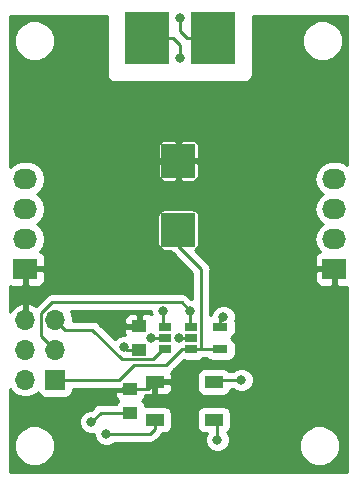
<source format=gtl>
G04 #@! TF.GenerationSoftware,KiCad,Pcbnew,(5.0.0-rc2-dev-603-g5a05135)*
G04 #@! TF.CreationDate,2018-05-01T11:36:08+02:00*
G04 #@! TF.ProjectId,chain-item,636861696E2D6974656D2E6B69636164,rev?*
G04 #@! TF.SameCoordinates,Original*
G04 #@! TF.FileFunction,Copper,L1,Top,Signal*
G04 #@! TF.FilePolarity,Positive*
%FSLAX46Y46*%
G04 Gerber Fmt 4.6, Leading zero omitted, Abs format (unit mm)*
G04 Created by KiCad (PCBNEW (5.0.0-rc2-dev-603-g5a05135)) date Tuesday 01 May 2018 à 11:36:08*
%MOMM*%
%LPD*%
G01*
G04 APERTURE LIST*
%ADD10R,3.800000X4.500000*%
%ADD11R,1.700000X1.700000*%
%ADD12O,1.700000X1.700000*%
%ADD13R,3.000000X3.000000*%
%ADD14O,2.032000X1.727200*%
%ADD15R,2.032000X1.727200*%
%ADD16R,1.250000X1.000000*%
%ADD17R,1.600000X1.000000*%
%ADD18R,1.300000X0.700000*%
%ADD19R,1.060000X0.650000*%
%ADD20C,0.800000*%
%ADD21C,0.250000*%
%ADD22C,0.254000*%
G04 APERTURE END LIST*
D10*
X76301600Y-106680000D03*
X70764400Y-106680000D03*
D11*
X62992000Y-135636000D03*
D12*
X60452000Y-135636000D03*
X62992000Y-133096000D03*
X60452000Y-133096000D03*
X62992000Y-130556000D03*
X60452000Y-130556000D03*
D13*
X73406000Y-122936000D03*
X73406000Y-117094000D03*
D14*
X86614000Y-118618000D03*
X86614000Y-121158000D03*
X86614000Y-123698000D03*
D15*
X86614000Y-126238000D03*
X60452000Y-126238000D03*
D14*
X60452000Y-123698000D03*
X60452000Y-121158000D03*
X60452000Y-118618000D03*
D16*
X70104000Y-133080000D03*
X70104000Y-131080000D03*
X69342000Y-136414000D03*
X69342000Y-138414000D03*
D17*
X76414000Y-139014000D03*
X76414000Y-135814000D03*
X71414000Y-139014000D03*
X71414000Y-135814000D03*
D18*
X76962000Y-133030000D03*
X76962000Y-131130000D03*
D19*
X72306000Y-132080000D03*
X72306000Y-133030000D03*
X72306000Y-131130000D03*
X74506000Y-131130000D03*
X74506000Y-132080000D03*
X74506000Y-133030000D03*
D20*
X76708000Y-140716000D03*
X66040000Y-139192000D03*
X77216000Y-130302000D03*
X68834000Y-132842000D03*
X71120000Y-132080000D03*
X72136000Y-129794000D03*
X74422000Y-129794000D03*
X73436002Y-132080000D03*
X68326000Y-130556000D03*
X77216000Y-128778000D03*
X67310000Y-140208000D03*
X78740000Y-135636000D03*
X73558400Y-108356400D03*
X73558400Y-105003600D03*
D21*
X76708000Y-139308000D02*
X76414000Y-139014000D01*
X76708000Y-140716000D02*
X76708000Y-139308000D01*
X66818000Y-138414000D02*
X69342000Y-138414000D01*
X66040000Y-139192000D02*
X66818000Y-138414000D01*
X76962000Y-130556000D02*
X77216000Y-130302000D01*
X76962000Y-131130000D02*
X76962000Y-130556000D01*
X72306000Y-132080000D02*
X71120000Y-132080000D01*
X69072000Y-133080000D02*
X68834000Y-132842000D01*
X70104000Y-133080000D02*
X69072000Y-133080000D01*
X63841999Y-131405999D02*
X66127999Y-131405999D01*
X62992000Y-130556000D02*
X63841999Y-131405999D01*
X72101000Y-133030000D02*
X72306000Y-133030000D01*
X71225999Y-133905001D02*
X72101000Y-133030000D01*
X68627001Y-133905001D02*
X71225999Y-133905001D01*
X66127999Y-131405999D02*
X68627001Y-133905001D01*
X72136000Y-130960000D02*
X72306000Y-131130000D01*
X72136000Y-129794000D02*
X72136000Y-130960000D01*
X74422000Y-131046000D02*
X74506000Y-131130000D01*
X74422000Y-129794000D02*
X74422000Y-131046000D01*
X73696999Y-129068999D02*
X74422000Y-129794000D01*
X62739999Y-129068999D02*
X73696999Y-129068999D01*
X61816999Y-129991999D02*
X62739999Y-129068999D01*
X61816999Y-131920999D02*
X61816999Y-129991999D01*
X62992000Y-133096000D02*
X61816999Y-131920999D01*
X70814000Y-136414000D02*
X71414000Y-135814000D01*
X69342000Y-136414000D02*
X70814000Y-136414000D01*
X60452000Y-126238000D02*
X60452000Y-130556000D01*
X74506000Y-132080000D02*
X73436002Y-132080000D01*
X73726000Y-133030000D02*
X74506000Y-133030000D01*
X68409998Y-135636000D02*
X69690987Y-134355011D01*
X72400989Y-134355011D02*
X73726000Y-133030000D01*
X69690987Y-134355011D02*
X72400989Y-134355011D01*
X62992000Y-135636000D02*
X68409998Y-135636000D01*
X74506000Y-133030000D02*
X76962000Y-133030000D01*
X75286000Y-133030000D02*
X74506000Y-133030000D01*
X75361001Y-132954999D02*
X75286000Y-133030000D01*
X75361001Y-126258601D02*
X75361001Y-132954999D01*
X73406000Y-124303600D02*
X75361001Y-126258601D01*
X73406000Y-122936000D02*
X73406000Y-124303600D01*
X71414000Y-139764000D02*
X71414000Y-139014000D01*
X70970000Y-140208000D02*
X71414000Y-139764000D01*
X67310000Y-140208000D02*
X70970000Y-140208000D01*
X76592000Y-135636000D02*
X76414000Y-135814000D01*
X78740000Y-135636000D02*
X76592000Y-135636000D01*
X71226500Y-106573500D02*
X70624714Y-106573500D01*
X73558400Y-107324000D02*
X73558400Y-108356400D01*
X72914400Y-106680000D02*
X73558400Y-107324000D01*
X70764400Y-106680000D02*
X72914400Y-106680000D01*
X75036500Y-105156000D02*
X76454000Y-106573500D01*
X73558400Y-106086800D02*
X73558400Y-105003600D01*
X74151600Y-106680000D02*
X73558400Y-106086800D01*
X76301600Y-106680000D02*
X74151600Y-106680000D01*
D22*
G36*
X67362001Y-109658069D02*
X67348091Y-109728000D01*
X67403195Y-110005028D01*
X67560119Y-110239881D01*
X67794972Y-110396805D01*
X68002074Y-110438000D01*
X68002075Y-110438000D01*
X68072000Y-110451909D01*
X68141926Y-110438000D01*
X78924074Y-110438000D01*
X78994000Y-110451909D01*
X79063925Y-110438000D01*
X79063926Y-110438000D01*
X79271028Y-110396805D01*
X79505881Y-110239881D01*
X79662805Y-110005028D01*
X79717909Y-109728000D01*
X79704000Y-109658074D01*
X79704000Y-106588887D01*
X83863000Y-106588887D01*
X83863000Y-107279113D01*
X84127138Y-107916799D01*
X84615201Y-108404862D01*
X85252887Y-108669000D01*
X85943113Y-108669000D01*
X86580799Y-108404862D01*
X87068862Y-107916799D01*
X87333000Y-107279113D01*
X87333000Y-106588887D01*
X87068862Y-105951201D01*
X86580799Y-105463138D01*
X85943113Y-105199000D01*
X85252887Y-105199000D01*
X84615201Y-105463138D01*
X84127138Y-105951201D01*
X83863000Y-106588887D01*
X79704000Y-106588887D01*
X79704000Y-104850000D01*
X87710000Y-104850000D01*
X87710000Y-117446143D01*
X87351125Y-117206350D01*
X86913998Y-117119400D01*
X86314002Y-117119400D01*
X85876875Y-117206350D01*
X85381170Y-117537570D01*
X85049950Y-118033275D01*
X84933641Y-118618000D01*
X85049950Y-119202725D01*
X85381170Y-119698430D01*
X85664881Y-119888000D01*
X85381170Y-120077570D01*
X85049950Y-120573275D01*
X84933641Y-121158000D01*
X85049950Y-121742725D01*
X85381170Y-122238430D01*
X85664881Y-122428000D01*
X85381170Y-122617570D01*
X85049950Y-123113275D01*
X84933641Y-123698000D01*
X85049950Y-124282725D01*
X85380367Y-124777228D01*
X85238302Y-124836073D01*
X85059673Y-125014701D01*
X84963000Y-125248090D01*
X84963000Y-125952250D01*
X85121750Y-126111000D01*
X86487000Y-126111000D01*
X86487000Y-126091000D01*
X86741000Y-126091000D01*
X86741000Y-126111000D01*
X86761000Y-126111000D01*
X86761000Y-126365000D01*
X86741000Y-126365000D01*
X86741000Y-127577850D01*
X86899750Y-127736600D01*
X87710001Y-127736600D01*
X87710001Y-143430000D01*
X59155000Y-143430000D01*
X59155000Y-140878887D01*
X59479000Y-140878887D01*
X59479000Y-141569113D01*
X59743138Y-142206799D01*
X60231201Y-142694862D01*
X60868887Y-142959000D01*
X61559113Y-142959000D01*
X62196799Y-142694862D01*
X62684862Y-142206799D01*
X62949000Y-141569113D01*
X62949000Y-140878887D01*
X62684862Y-140241201D01*
X62196799Y-139753138D01*
X61559113Y-139489000D01*
X60868887Y-139489000D01*
X60231201Y-139753138D01*
X59743138Y-140241201D01*
X59479000Y-140878887D01*
X59155000Y-140878887D01*
X59155000Y-136367831D01*
X59381375Y-136706625D01*
X59872582Y-137034839D01*
X60305744Y-137121000D01*
X60598256Y-137121000D01*
X61031418Y-137034839D01*
X61522625Y-136706625D01*
X61534816Y-136688381D01*
X61543843Y-136733765D01*
X61684191Y-136943809D01*
X61894235Y-137084157D01*
X62142000Y-137133440D01*
X63842000Y-137133440D01*
X64089765Y-137084157D01*
X64299809Y-136943809D01*
X64440157Y-136733765D01*
X64489440Y-136486000D01*
X64489440Y-136396000D01*
X68335151Y-136396000D01*
X68409998Y-136410888D01*
X68484845Y-136396000D01*
X68484850Y-136396000D01*
X68706535Y-136351904D01*
X68803671Y-136287000D01*
X69215000Y-136287000D01*
X69215000Y-136267000D01*
X69469000Y-136267000D01*
X69469000Y-136287000D01*
X69489000Y-136287000D01*
X69489000Y-136541000D01*
X69469000Y-136541000D01*
X69469000Y-136561000D01*
X69215000Y-136561000D01*
X69215000Y-136541000D01*
X68240750Y-136541000D01*
X68082000Y-136699750D01*
X68082000Y-137040309D01*
X68178673Y-137273698D01*
X68320320Y-137415346D01*
X68259191Y-137456191D01*
X68127018Y-137654000D01*
X66892846Y-137654000D01*
X66817999Y-137639112D01*
X66743152Y-137654000D01*
X66743148Y-137654000D01*
X66521463Y-137698096D01*
X66270071Y-137866071D01*
X66227671Y-137929527D01*
X66000198Y-138157000D01*
X65834126Y-138157000D01*
X65453720Y-138314569D01*
X65162569Y-138605720D01*
X65005000Y-138986126D01*
X65005000Y-139397874D01*
X65162569Y-139778280D01*
X65453720Y-140069431D01*
X65834126Y-140227000D01*
X66245874Y-140227000D01*
X66275000Y-140214936D01*
X66275000Y-140413874D01*
X66432569Y-140794280D01*
X66723720Y-141085431D01*
X67104126Y-141243000D01*
X67515874Y-141243000D01*
X67896280Y-141085431D01*
X68013711Y-140968000D01*
X70895153Y-140968000D01*
X70970000Y-140982888D01*
X71044847Y-140968000D01*
X71044852Y-140968000D01*
X71266537Y-140923904D01*
X71517929Y-140755929D01*
X71560331Y-140692470D01*
X71898470Y-140354331D01*
X71961929Y-140311929D01*
X72062483Y-140161440D01*
X72214000Y-140161440D01*
X72461765Y-140112157D01*
X72671809Y-139971809D01*
X72812157Y-139761765D01*
X72861440Y-139514000D01*
X72861440Y-138514000D01*
X74966560Y-138514000D01*
X74966560Y-139514000D01*
X75015843Y-139761765D01*
X75156191Y-139971809D01*
X75366235Y-140112157D01*
X75614000Y-140161440D01*
X75817430Y-140161440D01*
X75673000Y-140510126D01*
X75673000Y-140921874D01*
X75830569Y-141302280D01*
X76121720Y-141593431D01*
X76502126Y-141751000D01*
X76913874Y-141751000D01*
X77294280Y-141593431D01*
X77585431Y-141302280D01*
X77743000Y-140921874D01*
X77743000Y-140878887D01*
X83609000Y-140878887D01*
X83609000Y-141569113D01*
X83873138Y-142206799D01*
X84361201Y-142694862D01*
X84998887Y-142959000D01*
X85689113Y-142959000D01*
X86326799Y-142694862D01*
X86814862Y-142206799D01*
X87079000Y-141569113D01*
X87079000Y-140878887D01*
X86814862Y-140241201D01*
X86326799Y-139753138D01*
X85689113Y-139489000D01*
X84998887Y-139489000D01*
X84361201Y-139753138D01*
X83873138Y-140241201D01*
X83609000Y-140878887D01*
X77743000Y-140878887D01*
X77743000Y-140510126D01*
X77585431Y-140129720D01*
X77525369Y-140069658D01*
X77671809Y-139971809D01*
X77812157Y-139761765D01*
X77861440Y-139514000D01*
X77861440Y-138514000D01*
X77812157Y-138266235D01*
X77671809Y-138056191D01*
X77461765Y-137915843D01*
X77214000Y-137866560D01*
X75614000Y-137866560D01*
X75366235Y-137915843D01*
X75156191Y-138056191D01*
X75015843Y-138266235D01*
X74966560Y-138514000D01*
X72861440Y-138514000D01*
X72812157Y-138266235D01*
X72671809Y-138056191D01*
X72461765Y-137915843D01*
X72214000Y-137866560D01*
X70614000Y-137866560D01*
X70605346Y-137868281D01*
X70565157Y-137666235D01*
X70424809Y-137456191D01*
X70363680Y-137415346D01*
X70505327Y-137273698D01*
X70602000Y-137040309D01*
X70602000Y-136949000D01*
X71128250Y-136949000D01*
X71287000Y-136790250D01*
X71287000Y-135941000D01*
X71541000Y-135941000D01*
X71541000Y-136790250D01*
X71699750Y-136949000D01*
X72340309Y-136949000D01*
X72573698Y-136852327D01*
X72752327Y-136673699D01*
X72849000Y-136440310D01*
X72849000Y-136099750D01*
X72690250Y-135941000D01*
X71541000Y-135941000D01*
X71287000Y-135941000D01*
X71267000Y-135941000D01*
X71267000Y-135687000D01*
X71287000Y-135687000D01*
X71287000Y-135667000D01*
X71541000Y-135667000D01*
X71541000Y-135687000D01*
X72690250Y-135687000D01*
X72849000Y-135528250D01*
X72849000Y-135314000D01*
X74966560Y-135314000D01*
X74966560Y-136314000D01*
X75015843Y-136561765D01*
X75156191Y-136771809D01*
X75366235Y-136912157D01*
X75614000Y-136961440D01*
X77214000Y-136961440D01*
X77461765Y-136912157D01*
X77671809Y-136771809D01*
X77812157Y-136561765D01*
X77845129Y-136396000D01*
X78036289Y-136396000D01*
X78153720Y-136513431D01*
X78534126Y-136671000D01*
X78945874Y-136671000D01*
X79326280Y-136513431D01*
X79617431Y-136222280D01*
X79775000Y-135841874D01*
X79775000Y-135430126D01*
X79617431Y-135049720D01*
X79326280Y-134758569D01*
X78945874Y-134601000D01*
X78534126Y-134601000D01*
X78153720Y-134758569D01*
X78036289Y-134876000D01*
X77685045Y-134876000D01*
X77671809Y-134856191D01*
X77461765Y-134715843D01*
X77214000Y-134666560D01*
X75614000Y-134666560D01*
X75366235Y-134715843D01*
X75156191Y-134856191D01*
X75015843Y-135066235D01*
X74966560Y-135314000D01*
X72849000Y-135314000D01*
X72849000Y-135187690D01*
X72778280Y-135016957D01*
X72948918Y-134902940D01*
X72991320Y-134839481D01*
X73852856Y-133977945D01*
X73976000Y-134002440D01*
X75036000Y-134002440D01*
X75283765Y-133953157D01*
X75493809Y-133812809D01*
X75509050Y-133790000D01*
X75822246Y-133790000D01*
X75854191Y-133837809D01*
X76064235Y-133978157D01*
X76312000Y-134027440D01*
X77612000Y-134027440D01*
X77859765Y-133978157D01*
X78069809Y-133837809D01*
X78210157Y-133627765D01*
X78259440Y-133380000D01*
X78259440Y-132680000D01*
X78210157Y-132432235D01*
X78069809Y-132222191D01*
X77859765Y-132081843D01*
X77850500Y-132080000D01*
X77859765Y-132078157D01*
X78069809Y-131937809D01*
X78210157Y-131727765D01*
X78259440Y-131480000D01*
X78259440Y-130780000D01*
X78220134Y-130582392D01*
X78251000Y-130507874D01*
X78251000Y-130096126D01*
X78093431Y-129715720D01*
X77802280Y-129424569D01*
X77421874Y-129267000D01*
X77010126Y-129267000D01*
X76629720Y-129424569D01*
X76338569Y-129715720D01*
X76181000Y-130096126D01*
X76181000Y-130158617D01*
X76121001Y-130170552D01*
X76121001Y-126523750D01*
X84963000Y-126523750D01*
X84963000Y-127227910D01*
X85059673Y-127461299D01*
X85238302Y-127639927D01*
X85471691Y-127736600D01*
X86328250Y-127736600D01*
X86487000Y-127577850D01*
X86487000Y-126365000D01*
X85121750Y-126365000D01*
X84963000Y-126523750D01*
X76121001Y-126523750D01*
X76121001Y-126333448D01*
X76135889Y-126258601D01*
X76121001Y-126183754D01*
X76121001Y-126183749D01*
X76076905Y-125962064D01*
X75908930Y-125710672D01*
X75845474Y-125668272D01*
X74805890Y-124628688D01*
X74981409Y-124511409D01*
X75121757Y-124301365D01*
X75171040Y-124053600D01*
X75171040Y-121818400D01*
X75121757Y-121570635D01*
X74981409Y-121360591D01*
X74771365Y-121220243D01*
X74523600Y-121170960D01*
X72288400Y-121170960D01*
X72040635Y-121220243D01*
X71830591Y-121360591D01*
X71690243Y-121570635D01*
X71640960Y-121818400D01*
X71640960Y-124053600D01*
X71690243Y-124301365D01*
X71830591Y-124511409D01*
X72040635Y-124651757D01*
X72288400Y-124701040D01*
X72757518Y-124701040D01*
X72809229Y-124778430D01*
X72858072Y-124851529D01*
X72921528Y-124893929D01*
X74601001Y-126573403D01*
X74601001Y-128759000D01*
X74461801Y-128759000D01*
X74287330Y-128584529D01*
X74244928Y-128521070D01*
X73993536Y-128353095D01*
X73771851Y-128308999D01*
X73771846Y-128308999D01*
X73696999Y-128294111D01*
X73622152Y-128308999D01*
X62814845Y-128308999D01*
X62739998Y-128294111D01*
X62665151Y-128308999D01*
X62665147Y-128308999D01*
X62443462Y-128353095D01*
X62192070Y-128521070D01*
X62149670Y-128584526D01*
X61352441Y-129381756D01*
X61333358Y-129360817D01*
X60808892Y-129114514D01*
X60579000Y-129235181D01*
X60579000Y-130429000D01*
X60599000Y-130429000D01*
X60599000Y-130683000D01*
X60579000Y-130683000D01*
X60579000Y-130703000D01*
X60325000Y-130703000D01*
X60325000Y-130683000D01*
X60305000Y-130683000D01*
X60305000Y-130429000D01*
X60325000Y-130429000D01*
X60325000Y-129235181D01*
X60095108Y-129114514D01*
X59570642Y-129360817D01*
X59180355Y-129789076D01*
X59155000Y-129850292D01*
X59155000Y-127672525D01*
X59309691Y-127736600D01*
X60166250Y-127736600D01*
X60325000Y-127577850D01*
X60325000Y-126365000D01*
X60579000Y-126365000D01*
X60579000Y-127577850D01*
X60737750Y-127736600D01*
X61594309Y-127736600D01*
X61827698Y-127639927D01*
X62006327Y-127461299D01*
X62103000Y-127227910D01*
X62103000Y-126523750D01*
X61944250Y-126365000D01*
X60579000Y-126365000D01*
X60325000Y-126365000D01*
X60305000Y-126365000D01*
X60305000Y-126111000D01*
X60325000Y-126111000D01*
X60325000Y-126091000D01*
X60579000Y-126091000D01*
X60579000Y-126111000D01*
X61944250Y-126111000D01*
X62103000Y-125952250D01*
X62103000Y-125248090D01*
X62006327Y-125014701D01*
X61827698Y-124836073D01*
X61685633Y-124777228D01*
X62016050Y-124282725D01*
X62132359Y-123698000D01*
X62016050Y-123113275D01*
X61684830Y-122617570D01*
X61401119Y-122428000D01*
X61684830Y-122238430D01*
X62016050Y-121742725D01*
X62132359Y-121158000D01*
X62016050Y-120573275D01*
X61684830Y-120077570D01*
X61401119Y-119888000D01*
X61684830Y-119698430D01*
X62016050Y-119202725D01*
X62132359Y-118618000D01*
X62016050Y-118033275D01*
X61684830Y-117537570D01*
X61448637Y-117379750D01*
X71653400Y-117379750D01*
X71653400Y-118337910D01*
X71750073Y-118571299D01*
X71928702Y-118749927D01*
X72162091Y-118846600D01*
X73120250Y-118846600D01*
X73279000Y-118687850D01*
X73279000Y-117221000D01*
X73533000Y-117221000D01*
X73533000Y-118687850D01*
X73691750Y-118846600D01*
X74649909Y-118846600D01*
X74883298Y-118749927D01*
X75061927Y-118571299D01*
X75158600Y-118337910D01*
X75158600Y-117379750D01*
X74999850Y-117221000D01*
X73533000Y-117221000D01*
X73279000Y-117221000D01*
X71812150Y-117221000D01*
X71653400Y-117379750D01*
X61448637Y-117379750D01*
X61189125Y-117206350D01*
X60751998Y-117119400D01*
X60152002Y-117119400D01*
X59714875Y-117206350D01*
X59219170Y-117537570D01*
X59155000Y-117633607D01*
X59155000Y-115850090D01*
X71653400Y-115850090D01*
X71653400Y-116808250D01*
X71812150Y-116967000D01*
X73279000Y-116967000D01*
X73279000Y-115500150D01*
X73533000Y-115500150D01*
X73533000Y-116967000D01*
X74999850Y-116967000D01*
X75158600Y-116808250D01*
X75158600Y-115850090D01*
X75061927Y-115616701D01*
X74883298Y-115438073D01*
X74649909Y-115341400D01*
X73691750Y-115341400D01*
X73533000Y-115500150D01*
X73279000Y-115500150D01*
X73120250Y-115341400D01*
X72162091Y-115341400D01*
X71928702Y-115438073D01*
X71750073Y-115616701D01*
X71653400Y-115850090D01*
X59155000Y-115850090D01*
X59155000Y-106588887D01*
X59479000Y-106588887D01*
X59479000Y-107279113D01*
X59743138Y-107916799D01*
X60231201Y-108404862D01*
X60868887Y-108669000D01*
X61559113Y-108669000D01*
X62196799Y-108404862D01*
X62684862Y-107916799D01*
X62949000Y-107279113D01*
X62949000Y-106588887D01*
X62684862Y-105951201D01*
X62196799Y-105463138D01*
X61559113Y-105199000D01*
X60868887Y-105199000D01*
X60231201Y-105463138D01*
X59743138Y-105951201D01*
X59479000Y-106588887D01*
X59155000Y-106588887D01*
X59155000Y-104850000D01*
X67362000Y-104850000D01*
X67362001Y-109658069D01*
X67362001Y-109658069D01*
G37*
X67362001Y-109658069D02*
X67348091Y-109728000D01*
X67403195Y-110005028D01*
X67560119Y-110239881D01*
X67794972Y-110396805D01*
X68002074Y-110438000D01*
X68002075Y-110438000D01*
X68072000Y-110451909D01*
X68141926Y-110438000D01*
X78924074Y-110438000D01*
X78994000Y-110451909D01*
X79063925Y-110438000D01*
X79063926Y-110438000D01*
X79271028Y-110396805D01*
X79505881Y-110239881D01*
X79662805Y-110005028D01*
X79717909Y-109728000D01*
X79704000Y-109658074D01*
X79704000Y-106588887D01*
X83863000Y-106588887D01*
X83863000Y-107279113D01*
X84127138Y-107916799D01*
X84615201Y-108404862D01*
X85252887Y-108669000D01*
X85943113Y-108669000D01*
X86580799Y-108404862D01*
X87068862Y-107916799D01*
X87333000Y-107279113D01*
X87333000Y-106588887D01*
X87068862Y-105951201D01*
X86580799Y-105463138D01*
X85943113Y-105199000D01*
X85252887Y-105199000D01*
X84615201Y-105463138D01*
X84127138Y-105951201D01*
X83863000Y-106588887D01*
X79704000Y-106588887D01*
X79704000Y-104850000D01*
X87710000Y-104850000D01*
X87710000Y-117446143D01*
X87351125Y-117206350D01*
X86913998Y-117119400D01*
X86314002Y-117119400D01*
X85876875Y-117206350D01*
X85381170Y-117537570D01*
X85049950Y-118033275D01*
X84933641Y-118618000D01*
X85049950Y-119202725D01*
X85381170Y-119698430D01*
X85664881Y-119888000D01*
X85381170Y-120077570D01*
X85049950Y-120573275D01*
X84933641Y-121158000D01*
X85049950Y-121742725D01*
X85381170Y-122238430D01*
X85664881Y-122428000D01*
X85381170Y-122617570D01*
X85049950Y-123113275D01*
X84933641Y-123698000D01*
X85049950Y-124282725D01*
X85380367Y-124777228D01*
X85238302Y-124836073D01*
X85059673Y-125014701D01*
X84963000Y-125248090D01*
X84963000Y-125952250D01*
X85121750Y-126111000D01*
X86487000Y-126111000D01*
X86487000Y-126091000D01*
X86741000Y-126091000D01*
X86741000Y-126111000D01*
X86761000Y-126111000D01*
X86761000Y-126365000D01*
X86741000Y-126365000D01*
X86741000Y-127577850D01*
X86899750Y-127736600D01*
X87710001Y-127736600D01*
X87710001Y-143430000D01*
X59155000Y-143430000D01*
X59155000Y-140878887D01*
X59479000Y-140878887D01*
X59479000Y-141569113D01*
X59743138Y-142206799D01*
X60231201Y-142694862D01*
X60868887Y-142959000D01*
X61559113Y-142959000D01*
X62196799Y-142694862D01*
X62684862Y-142206799D01*
X62949000Y-141569113D01*
X62949000Y-140878887D01*
X62684862Y-140241201D01*
X62196799Y-139753138D01*
X61559113Y-139489000D01*
X60868887Y-139489000D01*
X60231201Y-139753138D01*
X59743138Y-140241201D01*
X59479000Y-140878887D01*
X59155000Y-140878887D01*
X59155000Y-136367831D01*
X59381375Y-136706625D01*
X59872582Y-137034839D01*
X60305744Y-137121000D01*
X60598256Y-137121000D01*
X61031418Y-137034839D01*
X61522625Y-136706625D01*
X61534816Y-136688381D01*
X61543843Y-136733765D01*
X61684191Y-136943809D01*
X61894235Y-137084157D01*
X62142000Y-137133440D01*
X63842000Y-137133440D01*
X64089765Y-137084157D01*
X64299809Y-136943809D01*
X64440157Y-136733765D01*
X64489440Y-136486000D01*
X64489440Y-136396000D01*
X68335151Y-136396000D01*
X68409998Y-136410888D01*
X68484845Y-136396000D01*
X68484850Y-136396000D01*
X68706535Y-136351904D01*
X68803671Y-136287000D01*
X69215000Y-136287000D01*
X69215000Y-136267000D01*
X69469000Y-136267000D01*
X69469000Y-136287000D01*
X69489000Y-136287000D01*
X69489000Y-136541000D01*
X69469000Y-136541000D01*
X69469000Y-136561000D01*
X69215000Y-136561000D01*
X69215000Y-136541000D01*
X68240750Y-136541000D01*
X68082000Y-136699750D01*
X68082000Y-137040309D01*
X68178673Y-137273698D01*
X68320320Y-137415346D01*
X68259191Y-137456191D01*
X68127018Y-137654000D01*
X66892846Y-137654000D01*
X66817999Y-137639112D01*
X66743152Y-137654000D01*
X66743148Y-137654000D01*
X66521463Y-137698096D01*
X66270071Y-137866071D01*
X66227671Y-137929527D01*
X66000198Y-138157000D01*
X65834126Y-138157000D01*
X65453720Y-138314569D01*
X65162569Y-138605720D01*
X65005000Y-138986126D01*
X65005000Y-139397874D01*
X65162569Y-139778280D01*
X65453720Y-140069431D01*
X65834126Y-140227000D01*
X66245874Y-140227000D01*
X66275000Y-140214936D01*
X66275000Y-140413874D01*
X66432569Y-140794280D01*
X66723720Y-141085431D01*
X67104126Y-141243000D01*
X67515874Y-141243000D01*
X67896280Y-141085431D01*
X68013711Y-140968000D01*
X70895153Y-140968000D01*
X70970000Y-140982888D01*
X71044847Y-140968000D01*
X71044852Y-140968000D01*
X71266537Y-140923904D01*
X71517929Y-140755929D01*
X71560331Y-140692470D01*
X71898470Y-140354331D01*
X71961929Y-140311929D01*
X72062483Y-140161440D01*
X72214000Y-140161440D01*
X72461765Y-140112157D01*
X72671809Y-139971809D01*
X72812157Y-139761765D01*
X72861440Y-139514000D01*
X72861440Y-138514000D01*
X74966560Y-138514000D01*
X74966560Y-139514000D01*
X75015843Y-139761765D01*
X75156191Y-139971809D01*
X75366235Y-140112157D01*
X75614000Y-140161440D01*
X75817430Y-140161440D01*
X75673000Y-140510126D01*
X75673000Y-140921874D01*
X75830569Y-141302280D01*
X76121720Y-141593431D01*
X76502126Y-141751000D01*
X76913874Y-141751000D01*
X77294280Y-141593431D01*
X77585431Y-141302280D01*
X77743000Y-140921874D01*
X77743000Y-140878887D01*
X83609000Y-140878887D01*
X83609000Y-141569113D01*
X83873138Y-142206799D01*
X84361201Y-142694862D01*
X84998887Y-142959000D01*
X85689113Y-142959000D01*
X86326799Y-142694862D01*
X86814862Y-142206799D01*
X87079000Y-141569113D01*
X87079000Y-140878887D01*
X86814862Y-140241201D01*
X86326799Y-139753138D01*
X85689113Y-139489000D01*
X84998887Y-139489000D01*
X84361201Y-139753138D01*
X83873138Y-140241201D01*
X83609000Y-140878887D01*
X77743000Y-140878887D01*
X77743000Y-140510126D01*
X77585431Y-140129720D01*
X77525369Y-140069658D01*
X77671809Y-139971809D01*
X77812157Y-139761765D01*
X77861440Y-139514000D01*
X77861440Y-138514000D01*
X77812157Y-138266235D01*
X77671809Y-138056191D01*
X77461765Y-137915843D01*
X77214000Y-137866560D01*
X75614000Y-137866560D01*
X75366235Y-137915843D01*
X75156191Y-138056191D01*
X75015843Y-138266235D01*
X74966560Y-138514000D01*
X72861440Y-138514000D01*
X72812157Y-138266235D01*
X72671809Y-138056191D01*
X72461765Y-137915843D01*
X72214000Y-137866560D01*
X70614000Y-137866560D01*
X70605346Y-137868281D01*
X70565157Y-137666235D01*
X70424809Y-137456191D01*
X70363680Y-137415346D01*
X70505327Y-137273698D01*
X70602000Y-137040309D01*
X70602000Y-136949000D01*
X71128250Y-136949000D01*
X71287000Y-136790250D01*
X71287000Y-135941000D01*
X71541000Y-135941000D01*
X71541000Y-136790250D01*
X71699750Y-136949000D01*
X72340309Y-136949000D01*
X72573698Y-136852327D01*
X72752327Y-136673699D01*
X72849000Y-136440310D01*
X72849000Y-136099750D01*
X72690250Y-135941000D01*
X71541000Y-135941000D01*
X71287000Y-135941000D01*
X71267000Y-135941000D01*
X71267000Y-135687000D01*
X71287000Y-135687000D01*
X71287000Y-135667000D01*
X71541000Y-135667000D01*
X71541000Y-135687000D01*
X72690250Y-135687000D01*
X72849000Y-135528250D01*
X72849000Y-135314000D01*
X74966560Y-135314000D01*
X74966560Y-136314000D01*
X75015843Y-136561765D01*
X75156191Y-136771809D01*
X75366235Y-136912157D01*
X75614000Y-136961440D01*
X77214000Y-136961440D01*
X77461765Y-136912157D01*
X77671809Y-136771809D01*
X77812157Y-136561765D01*
X77845129Y-136396000D01*
X78036289Y-136396000D01*
X78153720Y-136513431D01*
X78534126Y-136671000D01*
X78945874Y-136671000D01*
X79326280Y-136513431D01*
X79617431Y-136222280D01*
X79775000Y-135841874D01*
X79775000Y-135430126D01*
X79617431Y-135049720D01*
X79326280Y-134758569D01*
X78945874Y-134601000D01*
X78534126Y-134601000D01*
X78153720Y-134758569D01*
X78036289Y-134876000D01*
X77685045Y-134876000D01*
X77671809Y-134856191D01*
X77461765Y-134715843D01*
X77214000Y-134666560D01*
X75614000Y-134666560D01*
X75366235Y-134715843D01*
X75156191Y-134856191D01*
X75015843Y-135066235D01*
X74966560Y-135314000D01*
X72849000Y-135314000D01*
X72849000Y-135187690D01*
X72778280Y-135016957D01*
X72948918Y-134902940D01*
X72991320Y-134839481D01*
X73852856Y-133977945D01*
X73976000Y-134002440D01*
X75036000Y-134002440D01*
X75283765Y-133953157D01*
X75493809Y-133812809D01*
X75509050Y-133790000D01*
X75822246Y-133790000D01*
X75854191Y-133837809D01*
X76064235Y-133978157D01*
X76312000Y-134027440D01*
X77612000Y-134027440D01*
X77859765Y-133978157D01*
X78069809Y-133837809D01*
X78210157Y-133627765D01*
X78259440Y-133380000D01*
X78259440Y-132680000D01*
X78210157Y-132432235D01*
X78069809Y-132222191D01*
X77859765Y-132081843D01*
X77850500Y-132080000D01*
X77859765Y-132078157D01*
X78069809Y-131937809D01*
X78210157Y-131727765D01*
X78259440Y-131480000D01*
X78259440Y-130780000D01*
X78220134Y-130582392D01*
X78251000Y-130507874D01*
X78251000Y-130096126D01*
X78093431Y-129715720D01*
X77802280Y-129424569D01*
X77421874Y-129267000D01*
X77010126Y-129267000D01*
X76629720Y-129424569D01*
X76338569Y-129715720D01*
X76181000Y-130096126D01*
X76181000Y-130158617D01*
X76121001Y-130170552D01*
X76121001Y-126523750D01*
X84963000Y-126523750D01*
X84963000Y-127227910D01*
X85059673Y-127461299D01*
X85238302Y-127639927D01*
X85471691Y-127736600D01*
X86328250Y-127736600D01*
X86487000Y-127577850D01*
X86487000Y-126365000D01*
X85121750Y-126365000D01*
X84963000Y-126523750D01*
X76121001Y-126523750D01*
X76121001Y-126333448D01*
X76135889Y-126258601D01*
X76121001Y-126183754D01*
X76121001Y-126183749D01*
X76076905Y-125962064D01*
X75908930Y-125710672D01*
X75845474Y-125668272D01*
X74805890Y-124628688D01*
X74981409Y-124511409D01*
X75121757Y-124301365D01*
X75171040Y-124053600D01*
X75171040Y-121818400D01*
X75121757Y-121570635D01*
X74981409Y-121360591D01*
X74771365Y-121220243D01*
X74523600Y-121170960D01*
X72288400Y-121170960D01*
X72040635Y-121220243D01*
X71830591Y-121360591D01*
X71690243Y-121570635D01*
X71640960Y-121818400D01*
X71640960Y-124053600D01*
X71690243Y-124301365D01*
X71830591Y-124511409D01*
X72040635Y-124651757D01*
X72288400Y-124701040D01*
X72757518Y-124701040D01*
X72809229Y-124778430D01*
X72858072Y-124851529D01*
X72921528Y-124893929D01*
X74601001Y-126573403D01*
X74601001Y-128759000D01*
X74461801Y-128759000D01*
X74287330Y-128584529D01*
X74244928Y-128521070D01*
X73993536Y-128353095D01*
X73771851Y-128308999D01*
X73771846Y-128308999D01*
X73696999Y-128294111D01*
X73622152Y-128308999D01*
X62814845Y-128308999D01*
X62739998Y-128294111D01*
X62665151Y-128308999D01*
X62665147Y-128308999D01*
X62443462Y-128353095D01*
X62192070Y-128521070D01*
X62149670Y-128584526D01*
X61352441Y-129381756D01*
X61333358Y-129360817D01*
X60808892Y-129114514D01*
X60579000Y-129235181D01*
X60579000Y-130429000D01*
X60599000Y-130429000D01*
X60599000Y-130683000D01*
X60579000Y-130683000D01*
X60579000Y-130703000D01*
X60325000Y-130703000D01*
X60325000Y-130683000D01*
X60305000Y-130683000D01*
X60305000Y-130429000D01*
X60325000Y-130429000D01*
X60325000Y-129235181D01*
X60095108Y-129114514D01*
X59570642Y-129360817D01*
X59180355Y-129789076D01*
X59155000Y-129850292D01*
X59155000Y-127672525D01*
X59309691Y-127736600D01*
X60166250Y-127736600D01*
X60325000Y-127577850D01*
X60325000Y-126365000D01*
X60579000Y-126365000D01*
X60579000Y-127577850D01*
X60737750Y-127736600D01*
X61594309Y-127736600D01*
X61827698Y-127639927D01*
X62006327Y-127461299D01*
X62103000Y-127227910D01*
X62103000Y-126523750D01*
X61944250Y-126365000D01*
X60579000Y-126365000D01*
X60325000Y-126365000D01*
X60305000Y-126365000D01*
X60305000Y-126111000D01*
X60325000Y-126111000D01*
X60325000Y-126091000D01*
X60579000Y-126091000D01*
X60579000Y-126111000D01*
X61944250Y-126111000D01*
X62103000Y-125952250D01*
X62103000Y-125248090D01*
X62006327Y-125014701D01*
X61827698Y-124836073D01*
X61685633Y-124777228D01*
X62016050Y-124282725D01*
X62132359Y-123698000D01*
X62016050Y-123113275D01*
X61684830Y-122617570D01*
X61401119Y-122428000D01*
X61684830Y-122238430D01*
X62016050Y-121742725D01*
X62132359Y-121158000D01*
X62016050Y-120573275D01*
X61684830Y-120077570D01*
X61401119Y-119888000D01*
X61684830Y-119698430D01*
X62016050Y-119202725D01*
X62132359Y-118618000D01*
X62016050Y-118033275D01*
X61684830Y-117537570D01*
X61448637Y-117379750D01*
X71653400Y-117379750D01*
X71653400Y-118337910D01*
X71750073Y-118571299D01*
X71928702Y-118749927D01*
X72162091Y-118846600D01*
X73120250Y-118846600D01*
X73279000Y-118687850D01*
X73279000Y-117221000D01*
X73533000Y-117221000D01*
X73533000Y-118687850D01*
X73691750Y-118846600D01*
X74649909Y-118846600D01*
X74883298Y-118749927D01*
X75061927Y-118571299D01*
X75158600Y-118337910D01*
X75158600Y-117379750D01*
X74999850Y-117221000D01*
X73533000Y-117221000D01*
X73279000Y-117221000D01*
X71812150Y-117221000D01*
X71653400Y-117379750D01*
X61448637Y-117379750D01*
X61189125Y-117206350D01*
X60751998Y-117119400D01*
X60152002Y-117119400D01*
X59714875Y-117206350D01*
X59219170Y-117537570D01*
X59155000Y-117633607D01*
X59155000Y-115850090D01*
X71653400Y-115850090D01*
X71653400Y-116808250D01*
X71812150Y-116967000D01*
X73279000Y-116967000D01*
X73279000Y-115500150D01*
X73533000Y-115500150D01*
X73533000Y-116967000D01*
X74999850Y-116967000D01*
X75158600Y-116808250D01*
X75158600Y-115850090D01*
X75061927Y-115616701D01*
X74883298Y-115438073D01*
X74649909Y-115341400D01*
X73691750Y-115341400D01*
X73533000Y-115500150D01*
X73279000Y-115500150D01*
X73120250Y-115341400D01*
X72162091Y-115341400D01*
X71928702Y-115438073D01*
X71750073Y-115616701D01*
X71653400Y-115850090D01*
X59155000Y-115850090D01*
X59155000Y-106588887D01*
X59479000Y-106588887D01*
X59479000Y-107279113D01*
X59743138Y-107916799D01*
X60231201Y-108404862D01*
X60868887Y-108669000D01*
X61559113Y-108669000D01*
X62196799Y-108404862D01*
X62684862Y-107916799D01*
X62949000Y-107279113D01*
X62949000Y-106588887D01*
X62684862Y-105951201D01*
X62196799Y-105463138D01*
X61559113Y-105199000D01*
X60868887Y-105199000D01*
X60231201Y-105463138D01*
X59743138Y-105951201D01*
X59479000Y-106588887D01*
X59155000Y-106588887D01*
X59155000Y-104850000D01*
X67362000Y-104850000D01*
X67362001Y-109658069D01*
G36*
X71101000Y-129999874D02*
X71139255Y-130092229D01*
X71088699Y-130041673D01*
X70855310Y-129945000D01*
X70389750Y-129945000D01*
X70231000Y-130103750D01*
X70231000Y-130953000D01*
X70251000Y-130953000D01*
X70251000Y-131207000D01*
X70231000Y-131207000D01*
X70231000Y-131227000D01*
X69977000Y-131227000D01*
X69977000Y-131207000D01*
X69002750Y-131207000D01*
X68844000Y-131365750D01*
X68844000Y-131706309D01*
X68885708Y-131807000D01*
X68628126Y-131807000D01*
X68247720Y-131964569D01*
X68004545Y-132207744D01*
X66718330Y-130921529D01*
X66675928Y-130858070D01*
X66424536Y-130690095D01*
X66202851Y-130645999D01*
X66202846Y-130645999D01*
X66127999Y-130631111D01*
X66053152Y-130645999D01*
X64488190Y-130645999D01*
X64506092Y-130556000D01*
X64485742Y-130453691D01*
X68844000Y-130453691D01*
X68844000Y-130794250D01*
X69002750Y-130953000D01*
X69977000Y-130953000D01*
X69977000Y-130103750D01*
X69818250Y-129945000D01*
X69352690Y-129945000D01*
X69119301Y-130041673D01*
X68940673Y-130220302D01*
X68844000Y-130453691D01*
X64485742Y-130453691D01*
X64390839Y-129976582D01*
X64292227Y-129828999D01*
X71101000Y-129828999D01*
X71101000Y-129999874D01*
X71101000Y-129999874D01*
G37*
X71101000Y-129999874D02*
X71139255Y-130092229D01*
X71088699Y-130041673D01*
X70855310Y-129945000D01*
X70389750Y-129945000D01*
X70231000Y-130103750D01*
X70231000Y-130953000D01*
X70251000Y-130953000D01*
X70251000Y-131207000D01*
X70231000Y-131207000D01*
X70231000Y-131227000D01*
X69977000Y-131227000D01*
X69977000Y-131207000D01*
X69002750Y-131207000D01*
X68844000Y-131365750D01*
X68844000Y-131706309D01*
X68885708Y-131807000D01*
X68628126Y-131807000D01*
X68247720Y-131964569D01*
X68004545Y-132207744D01*
X66718330Y-130921529D01*
X66675928Y-130858070D01*
X66424536Y-130690095D01*
X66202851Y-130645999D01*
X66202846Y-130645999D01*
X66127999Y-130631111D01*
X66053152Y-130645999D01*
X64488190Y-130645999D01*
X64506092Y-130556000D01*
X64485742Y-130453691D01*
X68844000Y-130453691D01*
X68844000Y-130794250D01*
X69002750Y-130953000D01*
X69977000Y-130953000D01*
X69977000Y-130103750D01*
X69818250Y-129945000D01*
X69352690Y-129945000D01*
X69119301Y-130041673D01*
X68940673Y-130220302D01*
X68844000Y-130453691D01*
X64485742Y-130453691D01*
X64390839Y-129976582D01*
X64292227Y-129828999D01*
X71101000Y-129828999D01*
X71101000Y-129999874D01*
M02*

</source>
